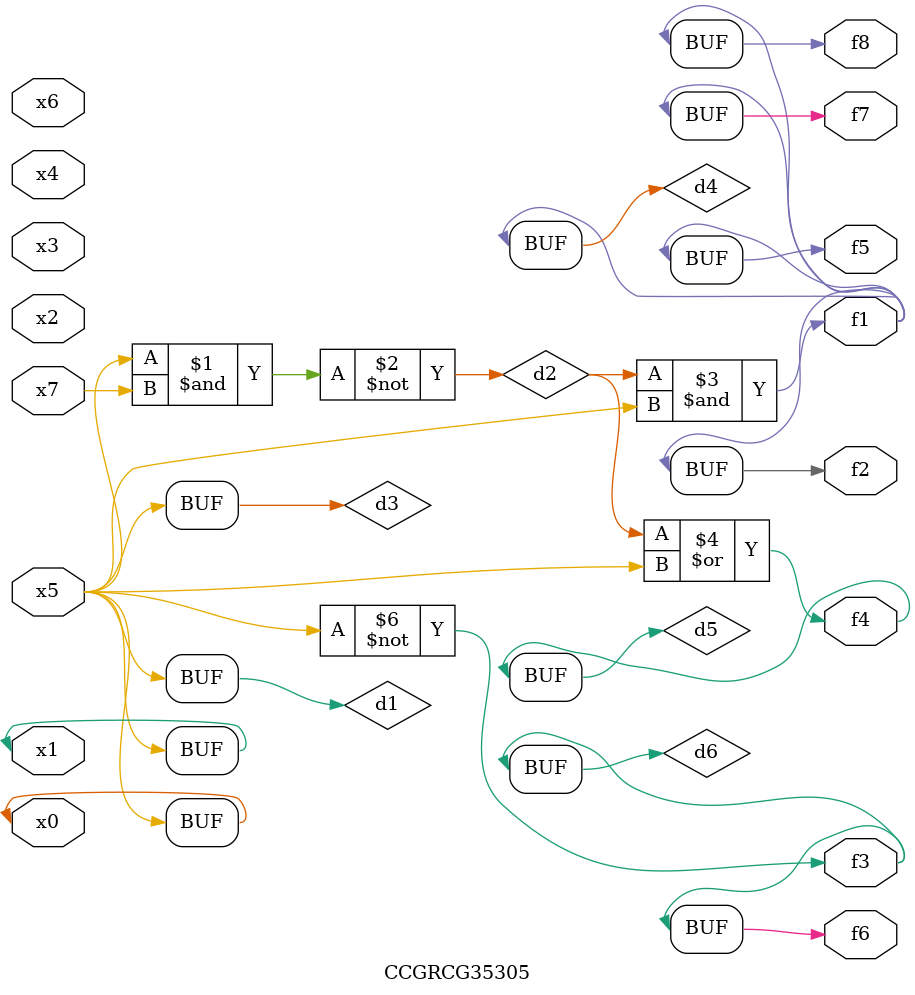
<source format=v>
module CCGRCG35305(
	input x0, x1, x2, x3, x4, x5, x6, x7,
	output f1, f2, f3, f4, f5, f6, f7, f8
);

	wire d1, d2, d3, d4, d5, d6;

	buf (d1, x0, x5);
	nand (d2, x5, x7);
	buf (d3, x0, x1);
	and (d4, d2, d3);
	or (d5, d2, d3);
	nor (d6, d1, d3);
	assign f1 = d4;
	assign f2 = d4;
	assign f3 = d6;
	assign f4 = d5;
	assign f5 = d4;
	assign f6 = d6;
	assign f7 = d4;
	assign f8 = d4;
endmodule

</source>
